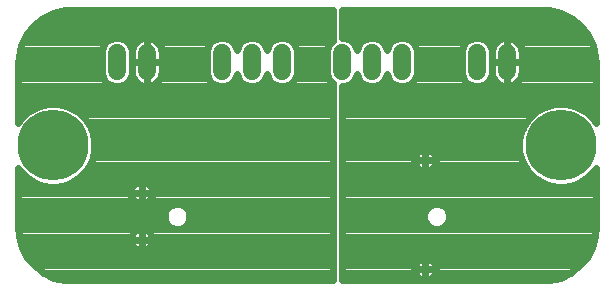
<source format=gbl>
G75*
%MOIN*%
%OFA0B0*%
%FSLAX25Y25*%
%IPPOS*%
%LPD*%
%AMOC8*
5,1,8,0,0,1.08239X$1,22.5*
%
%ADD10C,0.06000*%
%ADD11C,0.23622*%
%ADD12C,0.02400*%
%ADD13C,0.03150*%
D10*
X0060822Y0112429D02*
X0060822Y0118429D01*
X0070822Y0118429D02*
X0070822Y0112429D01*
X0095822Y0112429D02*
X0095822Y0118429D01*
X0105822Y0118429D02*
X0105822Y0112429D01*
X0115822Y0112429D02*
X0115822Y0118429D01*
X0135822Y0118429D02*
X0135822Y0112429D01*
X0145822Y0112429D02*
X0145822Y0118429D01*
X0155822Y0118429D02*
X0155822Y0112429D01*
X0180822Y0112429D02*
X0180822Y0118429D01*
X0190822Y0118429D02*
X0190822Y0112429D01*
D11*
X0208893Y0087673D03*
X0039602Y0087673D03*
D12*
X0036196Y0045296D02*
X0039727Y0043595D01*
X0043548Y0042723D01*
X0045507Y0042613D01*
X0132851Y0042613D01*
X0132851Y0108319D01*
X0131577Y0109593D01*
X0130815Y0111433D01*
X0130815Y0119425D01*
X0131577Y0121265D01*
X0132851Y0122539D01*
X0132851Y0132733D01*
X0045507Y0132733D01*
X0043548Y0132623D01*
X0039727Y0131751D01*
X0036196Y0130051D01*
X0033132Y0127607D01*
X0030689Y0124543D01*
X0028988Y0121012D01*
X0028116Y0117192D01*
X0028006Y0115232D01*
X0028006Y0095226D01*
X0028544Y0096158D01*
X0031117Y0098730D01*
X0034268Y0100550D01*
X0037782Y0101491D01*
X0041421Y0101491D01*
X0044935Y0100550D01*
X0048086Y0098730D01*
X0050659Y0096158D01*
X0052478Y0093007D01*
X0053420Y0089492D01*
X0053420Y0085854D01*
X0052478Y0082340D01*
X0050659Y0079189D01*
X0048086Y0076616D01*
X0044935Y0074797D01*
X0041421Y0073855D01*
X0037782Y0073855D01*
X0034268Y0074797D01*
X0031117Y0076616D01*
X0028544Y0079189D01*
X0028006Y0080121D01*
X0028006Y0060114D01*
X0028116Y0058155D01*
X0028988Y0054334D01*
X0030689Y0050803D01*
X0030689Y0050803D01*
X0033132Y0047739D01*
X0036196Y0045296D01*
X0036341Y0045226D02*
X0132851Y0045226D01*
X0132851Y0042828D02*
X0043091Y0042828D01*
X0033276Y0047625D02*
X0132851Y0047625D01*
X0132851Y0050023D02*
X0031311Y0050023D01*
X0029909Y0052422D02*
X0132851Y0052422D01*
X0132851Y0054820D02*
X0072423Y0054820D01*
X0072554Y0055138D02*
X0072691Y0055826D01*
X0072691Y0056177D01*
X0069129Y0056177D01*
X0069129Y0056177D01*
X0069129Y0052615D01*
X0068778Y0052615D01*
X0068090Y0052752D01*
X0067442Y0053020D01*
X0066858Y0053410D01*
X0066362Y0053906D01*
X0065972Y0054490D01*
X0065704Y0055138D01*
X0065567Y0055826D01*
X0065567Y0056177D01*
X0069129Y0056177D01*
X0069129Y0056177D01*
X0069129Y0052615D01*
X0069480Y0052615D01*
X0070168Y0052752D01*
X0070816Y0053020D01*
X0071400Y0053410D01*
X0071896Y0053906D01*
X0072286Y0054490D01*
X0072554Y0055138D01*
X0072691Y0056177D02*
X0072691Y0056528D01*
X0072554Y0057216D01*
X0072286Y0057864D01*
X0071896Y0058448D01*
X0071400Y0058944D01*
X0070816Y0059334D01*
X0070168Y0059602D01*
X0069480Y0059739D01*
X0069129Y0059739D01*
X0068778Y0059739D01*
X0068090Y0059602D01*
X0067442Y0059334D01*
X0066858Y0058944D01*
X0066362Y0058448D01*
X0065972Y0057864D01*
X0065704Y0057216D01*
X0065567Y0056528D01*
X0065567Y0056177D01*
X0069129Y0056177D01*
X0069129Y0056177D01*
X0069129Y0059739D01*
X0069129Y0056177D01*
X0069129Y0056177D01*
X0072691Y0056177D01*
X0072553Y0057219D02*
X0132851Y0057219D01*
X0132851Y0059617D02*
X0070094Y0059617D01*
X0069129Y0059617D02*
X0069129Y0059617D01*
X0068164Y0059617D02*
X0028034Y0059617D01*
X0028006Y0062016D02*
X0077288Y0062016D01*
X0077420Y0061699D02*
X0078588Y0060531D01*
X0080114Y0059898D01*
X0081766Y0059898D01*
X0083292Y0060531D01*
X0084461Y0061699D01*
X0085093Y0063225D01*
X0085093Y0064877D01*
X0084461Y0066404D01*
X0083292Y0067572D01*
X0081766Y0068204D01*
X0080114Y0068204D01*
X0078588Y0067572D01*
X0077420Y0066404D01*
X0076787Y0064877D01*
X0076787Y0063225D01*
X0077420Y0061699D01*
X0076787Y0064414D02*
X0028006Y0064414D01*
X0028006Y0066813D02*
X0077829Y0066813D01*
X0084051Y0066813D02*
X0132851Y0066813D01*
X0132851Y0069211D02*
X0071453Y0069211D01*
X0071400Y0069158D02*
X0071896Y0069654D01*
X0072286Y0070238D01*
X0072554Y0070886D01*
X0072691Y0071574D01*
X0072691Y0071925D01*
X0069129Y0071925D01*
X0069129Y0071925D01*
X0069129Y0068363D01*
X0068778Y0068363D01*
X0068090Y0068500D01*
X0067442Y0068768D01*
X0066858Y0069158D01*
X0066362Y0069654D01*
X0065972Y0070238D01*
X0065704Y0070886D01*
X0065567Y0071574D01*
X0065567Y0071925D01*
X0069129Y0071925D01*
X0069129Y0071925D01*
X0069129Y0068363D01*
X0069480Y0068363D01*
X0070168Y0068500D01*
X0070816Y0068768D01*
X0071400Y0069158D01*
X0069129Y0069211D02*
X0069129Y0069211D01*
X0066805Y0069211D02*
X0028006Y0069211D01*
X0028006Y0071610D02*
X0065567Y0071610D01*
X0065567Y0071925D02*
X0069129Y0071925D01*
X0069129Y0071925D01*
X0069129Y0075487D01*
X0068778Y0075487D01*
X0068090Y0075350D01*
X0067442Y0075082D01*
X0066858Y0074692D01*
X0066362Y0074196D01*
X0065972Y0073613D01*
X0065704Y0072964D01*
X0065567Y0072276D01*
X0065567Y0071925D01*
X0066237Y0074008D02*
X0041992Y0074008D01*
X0037211Y0074008D02*
X0028006Y0074008D01*
X0028006Y0076407D02*
X0031479Y0076407D01*
X0028928Y0078805D02*
X0028006Y0078805D01*
X0047724Y0076407D02*
X0132851Y0076407D01*
X0132851Y0078805D02*
X0050275Y0078805D01*
X0051822Y0081204D02*
X0132851Y0081204D01*
X0132851Y0083602D02*
X0052816Y0083602D01*
X0053420Y0086001D02*
X0132851Y0086001D01*
X0132851Y0088399D02*
X0053420Y0088399D01*
X0053070Y0090798D02*
X0132851Y0090798D01*
X0132851Y0093196D02*
X0052369Y0093196D01*
X0050984Y0095595D02*
X0132851Y0095595D01*
X0132851Y0097993D02*
X0048823Y0097993D01*
X0045208Y0100392D02*
X0132851Y0100392D01*
X0132851Y0102790D02*
X0028006Y0102790D01*
X0028006Y0100392D02*
X0033995Y0100392D01*
X0030380Y0097993D02*
X0028006Y0097993D01*
X0028006Y0095595D02*
X0028219Y0095595D01*
X0028006Y0105189D02*
X0132851Y0105189D01*
X0132851Y0107587D02*
X0117217Y0107587D01*
X0116818Y0107422D02*
X0118658Y0108184D01*
X0120067Y0109593D01*
X0120829Y0111433D01*
X0120829Y0119425D01*
X0120067Y0121265D01*
X0118658Y0122674D01*
X0116818Y0123436D01*
X0114826Y0123436D01*
X0112986Y0122674D01*
X0111577Y0121265D01*
X0110822Y0119442D01*
X0110067Y0121265D01*
X0108658Y0122674D01*
X0106818Y0123436D01*
X0104826Y0123436D01*
X0102986Y0122674D01*
X0101577Y0121265D01*
X0100822Y0119442D01*
X0100067Y0121265D01*
X0098658Y0122674D01*
X0096818Y0123436D01*
X0094826Y0123436D01*
X0092986Y0122674D01*
X0091577Y0121265D01*
X0090815Y0119425D01*
X0090815Y0111433D01*
X0091577Y0109593D01*
X0092986Y0108184D01*
X0094826Y0107422D01*
X0096818Y0107422D01*
X0098658Y0108184D01*
X0100067Y0109593D01*
X0100822Y0111416D01*
X0101577Y0109593D01*
X0102986Y0108184D01*
X0104826Y0107422D01*
X0106818Y0107422D01*
X0108658Y0108184D01*
X0110067Y0109593D01*
X0110822Y0111416D01*
X0111577Y0109593D01*
X0112986Y0108184D01*
X0114826Y0107422D01*
X0116818Y0107422D01*
X0114427Y0107587D02*
X0107217Y0107587D01*
X0104427Y0107587D02*
X0097217Y0107587D01*
X0094427Y0107587D02*
X0072060Y0107587D01*
X0071990Y0107565D02*
X0072737Y0107807D01*
X0073436Y0108164D01*
X0074071Y0108625D01*
X0074626Y0109180D01*
X0075088Y0109815D01*
X0075444Y0110515D01*
X0075687Y0111261D01*
X0075809Y0112037D01*
X0075809Y0115429D01*
X0070822Y0115429D01*
X0070822Y0115429D01*
X0070822Y0107442D01*
X0070430Y0107442D01*
X0069654Y0107565D01*
X0068908Y0107807D01*
X0068208Y0108164D01*
X0067573Y0108625D01*
X0067018Y0109180D01*
X0066556Y0109815D01*
X0066200Y0110515D01*
X0065957Y0111261D01*
X0065835Y0112037D01*
X0065835Y0115429D01*
X0070822Y0115429D01*
X0070822Y0115429D01*
X0070822Y0107442D01*
X0071215Y0107442D01*
X0071990Y0107565D01*
X0070822Y0107587D02*
X0070822Y0107587D01*
X0069584Y0107587D02*
X0062217Y0107587D01*
X0061818Y0107422D02*
X0063658Y0108184D01*
X0065067Y0109593D01*
X0065829Y0111433D01*
X0065829Y0119425D01*
X0065067Y0121265D01*
X0063658Y0122674D01*
X0061818Y0123436D01*
X0059826Y0123436D01*
X0057986Y0122674D01*
X0056577Y0121265D01*
X0055815Y0119425D01*
X0055815Y0111433D01*
X0056577Y0109593D01*
X0057986Y0108184D01*
X0059826Y0107422D01*
X0061818Y0107422D01*
X0059427Y0107587D02*
X0028006Y0107587D01*
X0028006Y0109986D02*
X0056414Y0109986D01*
X0055815Y0112384D02*
X0028006Y0112384D01*
X0028006Y0114783D02*
X0055815Y0114783D01*
X0055815Y0117181D02*
X0028116Y0117181D01*
X0028661Y0119580D02*
X0055879Y0119580D01*
X0057290Y0121979D02*
X0029454Y0121979D01*
X0030609Y0124377D02*
X0132851Y0124377D01*
X0132851Y0126776D02*
X0032469Y0126776D01*
X0035097Y0129174D02*
X0132851Y0129174D01*
X0132851Y0131573D02*
X0039356Y0131573D01*
X0064354Y0121979D02*
X0067318Y0121979D01*
X0067573Y0122233D02*
X0067018Y0121678D01*
X0066556Y0121043D01*
X0066200Y0120344D01*
X0065957Y0119597D01*
X0065835Y0118822D01*
X0065835Y0115429D01*
X0070822Y0115429D01*
X0070822Y0115429D01*
X0075809Y0115429D01*
X0075809Y0118822D01*
X0075687Y0119597D01*
X0075444Y0120344D01*
X0075088Y0121043D01*
X0074626Y0121678D01*
X0074071Y0122233D01*
X0073436Y0122695D01*
X0072737Y0123051D01*
X0071990Y0123294D01*
X0071215Y0123417D01*
X0070822Y0123417D01*
X0070430Y0123417D01*
X0069654Y0123294D01*
X0068908Y0123051D01*
X0068208Y0122695D01*
X0067573Y0122233D01*
X0065955Y0119580D02*
X0065765Y0119580D01*
X0065829Y0117181D02*
X0065835Y0117181D01*
X0065829Y0114783D02*
X0065835Y0114783D01*
X0065829Y0112384D02*
X0065835Y0112384D01*
X0065230Y0109986D02*
X0066469Y0109986D01*
X0070822Y0109986D02*
X0070822Y0109986D01*
X0070822Y0112384D02*
X0070822Y0112384D01*
X0070822Y0114783D02*
X0070822Y0114783D01*
X0070822Y0115429D02*
X0070822Y0123417D01*
X0070822Y0115429D01*
X0070822Y0115429D01*
X0070822Y0117181D02*
X0070822Y0117181D01*
X0070822Y0119580D02*
X0070822Y0119580D01*
X0070822Y0121979D02*
X0070822Y0121979D01*
X0074326Y0121979D02*
X0092290Y0121979D01*
X0090879Y0119580D02*
X0075689Y0119580D01*
X0075809Y0117181D02*
X0090815Y0117181D01*
X0090815Y0114783D02*
X0075809Y0114783D01*
X0075809Y0112384D02*
X0090815Y0112384D01*
X0091414Y0109986D02*
X0075175Y0109986D01*
X0100230Y0109986D02*
X0101414Y0109986D01*
X0110230Y0109986D02*
X0111414Y0109986D01*
X0120230Y0109986D02*
X0131414Y0109986D01*
X0130815Y0112384D02*
X0120829Y0112384D01*
X0120829Y0114783D02*
X0130815Y0114783D01*
X0130815Y0117181D02*
X0120829Y0117181D01*
X0120765Y0119580D02*
X0130879Y0119580D01*
X0132290Y0121979D02*
X0119354Y0121979D01*
X0112290Y0121979D02*
X0109354Y0121979D01*
X0110765Y0119580D02*
X0110879Y0119580D01*
X0102290Y0121979D02*
X0099354Y0121979D01*
X0100765Y0119580D02*
X0100879Y0119580D01*
X0136058Y0123436D02*
X0136058Y0132733D01*
X0202987Y0132733D01*
X0204947Y0132623D01*
X0208768Y0131751D01*
X0212298Y0130051D01*
X0215362Y0127607D01*
X0217806Y0124543D01*
X0219506Y0121012D01*
X0220378Y0117192D01*
X0220488Y0115232D01*
X0220488Y0095226D01*
X0219950Y0096158D01*
X0217377Y0098730D01*
X0214227Y0100550D01*
X0210712Y0101491D01*
X0207074Y0101491D01*
X0203559Y0100550D01*
X0200408Y0098730D01*
X0197836Y0096158D01*
X0196016Y0093007D01*
X0195075Y0089492D01*
X0195075Y0085854D01*
X0196016Y0082340D01*
X0197836Y0079189D01*
X0200408Y0076616D01*
X0203559Y0074797D01*
X0207074Y0073855D01*
X0210712Y0073855D01*
X0214227Y0074797D01*
X0217377Y0076616D01*
X0219950Y0079189D01*
X0220488Y0080121D01*
X0220488Y0060114D01*
X0220378Y0058155D01*
X0219506Y0054334D01*
X0217806Y0050803D01*
X0215362Y0047739D01*
X0212298Y0045296D01*
X0208768Y0043595D01*
X0204947Y0042723D01*
X0202987Y0042613D01*
X0136058Y0042613D01*
X0136058Y0107422D01*
X0136818Y0107422D01*
X0138658Y0108184D01*
X0140067Y0109593D01*
X0140822Y0111416D01*
X0141577Y0109593D01*
X0142986Y0108184D01*
X0144826Y0107422D01*
X0146818Y0107422D01*
X0148658Y0108184D01*
X0150067Y0109593D01*
X0150822Y0111416D01*
X0151577Y0109593D01*
X0152986Y0108184D01*
X0154826Y0107422D01*
X0156818Y0107422D01*
X0158658Y0108184D01*
X0160067Y0109593D01*
X0160829Y0111433D01*
X0160829Y0119425D01*
X0160067Y0121265D01*
X0158658Y0122674D01*
X0156818Y0123436D01*
X0154826Y0123436D01*
X0152986Y0122674D01*
X0151577Y0121265D01*
X0150822Y0119442D01*
X0150067Y0121265D01*
X0148658Y0122674D01*
X0146818Y0123436D01*
X0144826Y0123436D01*
X0142986Y0122674D01*
X0141577Y0121265D01*
X0140822Y0119442D01*
X0140067Y0121265D01*
X0138658Y0122674D01*
X0136818Y0123436D01*
X0136058Y0123436D01*
X0136058Y0124377D02*
X0217886Y0124377D01*
X0219041Y0121979D02*
X0194326Y0121979D01*
X0194071Y0122233D02*
X0193436Y0122695D01*
X0192737Y0123051D01*
X0191990Y0123294D01*
X0191215Y0123417D01*
X0190822Y0123417D01*
X0190430Y0123417D01*
X0189654Y0123294D01*
X0188908Y0123051D01*
X0188208Y0122695D01*
X0187573Y0122233D01*
X0187018Y0121678D01*
X0186556Y0121043D01*
X0186200Y0120344D01*
X0185957Y0119597D01*
X0185835Y0118822D01*
X0185835Y0115429D01*
X0185835Y0112037D01*
X0185957Y0111261D01*
X0186200Y0110515D01*
X0186556Y0109815D01*
X0187018Y0109180D01*
X0187573Y0108625D01*
X0188208Y0108164D01*
X0188908Y0107807D01*
X0189654Y0107565D01*
X0190430Y0107442D01*
X0190822Y0107442D01*
X0190822Y0115429D01*
X0190822Y0115429D01*
X0185835Y0115429D01*
X0190822Y0115429D01*
X0190822Y0115429D01*
X0190822Y0107442D01*
X0191215Y0107442D01*
X0191990Y0107565D01*
X0192737Y0107807D01*
X0193436Y0108164D01*
X0194071Y0108625D01*
X0194626Y0109180D01*
X0195088Y0109815D01*
X0195444Y0110515D01*
X0195687Y0111261D01*
X0195809Y0112037D01*
X0195809Y0115429D01*
X0190822Y0115429D01*
X0190822Y0115429D01*
X0195809Y0115429D01*
X0195809Y0118822D01*
X0195687Y0119597D01*
X0195444Y0120344D01*
X0195088Y0121043D01*
X0194626Y0121678D01*
X0194071Y0122233D01*
X0195689Y0119580D02*
X0219833Y0119580D01*
X0220379Y0117181D02*
X0195809Y0117181D01*
X0195809Y0114783D02*
X0220488Y0114783D01*
X0220488Y0112384D02*
X0195809Y0112384D01*
X0195175Y0109986D02*
X0220488Y0109986D01*
X0220488Y0107587D02*
X0192060Y0107587D01*
X0190822Y0107587D02*
X0190822Y0107587D01*
X0189584Y0107587D02*
X0182217Y0107587D01*
X0181818Y0107422D02*
X0183658Y0108184D01*
X0185067Y0109593D01*
X0185829Y0111433D01*
X0185829Y0119425D01*
X0185067Y0121265D01*
X0183658Y0122674D01*
X0181818Y0123436D01*
X0179826Y0123436D01*
X0177986Y0122674D01*
X0176577Y0121265D01*
X0175815Y0119425D01*
X0175815Y0111433D01*
X0176577Y0109593D01*
X0177986Y0108184D01*
X0179826Y0107422D01*
X0181818Y0107422D01*
X0179427Y0107587D02*
X0157217Y0107587D01*
X0154427Y0107587D02*
X0147217Y0107587D01*
X0144427Y0107587D02*
X0137217Y0107587D01*
X0136058Y0105189D02*
X0220488Y0105189D01*
X0220488Y0102790D02*
X0136058Y0102790D01*
X0136058Y0100392D02*
X0203286Y0100392D01*
X0199671Y0097993D02*
X0136058Y0097993D01*
X0136058Y0095595D02*
X0197511Y0095595D01*
X0196126Y0093196D02*
X0136058Y0093196D01*
X0136058Y0090798D02*
X0195425Y0090798D01*
X0195075Y0088399D02*
X0136058Y0088399D01*
X0136058Y0086001D02*
X0162152Y0086001D01*
X0161930Y0085909D02*
X0161347Y0085519D01*
X0160850Y0085023D01*
X0160461Y0084439D01*
X0160192Y0083791D01*
X0160055Y0083103D01*
X0160055Y0082752D01*
X0163617Y0082752D01*
X0163617Y0082752D01*
X0160055Y0082752D01*
X0160055Y0082401D01*
X0160192Y0081713D01*
X0160461Y0081065D01*
X0160850Y0080481D01*
X0161347Y0079985D01*
X0161930Y0079595D01*
X0162578Y0079327D01*
X0163266Y0079190D01*
X0163617Y0079190D01*
X0163617Y0082752D01*
X0163617Y0086314D01*
X0163266Y0086314D01*
X0162578Y0086177D01*
X0161930Y0085909D01*
X0163617Y0086001D02*
X0163617Y0086001D01*
X0163617Y0086314D02*
X0163968Y0086314D01*
X0164656Y0086177D01*
X0165305Y0085909D01*
X0165888Y0085519D01*
X0166384Y0085023D01*
X0166774Y0084439D01*
X0167043Y0083791D01*
X0167180Y0083103D01*
X0167180Y0082752D01*
X0163617Y0082752D01*
X0163617Y0082752D01*
X0163617Y0082752D01*
X0163617Y0086314D01*
X0165082Y0086001D02*
X0195075Y0086001D01*
X0195678Y0083602D02*
X0167080Y0083602D01*
X0167180Y0082752D02*
X0163617Y0082752D01*
X0163617Y0079190D01*
X0163968Y0079190D01*
X0164656Y0079327D01*
X0165305Y0079595D01*
X0165888Y0079985D01*
X0166384Y0080481D01*
X0166774Y0081065D01*
X0167043Y0081713D01*
X0167180Y0082401D01*
X0167180Y0082752D01*
X0166832Y0081204D02*
X0196672Y0081204D01*
X0198219Y0078805D02*
X0136058Y0078805D01*
X0136058Y0076407D02*
X0200771Y0076407D01*
X0206502Y0074008D02*
X0136058Y0074008D01*
X0136058Y0071610D02*
X0220488Y0071610D01*
X0220488Y0074008D02*
X0211284Y0074008D01*
X0217015Y0076407D02*
X0220488Y0076407D01*
X0220488Y0078805D02*
X0219567Y0078805D01*
X0220488Y0069211D02*
X0136058Y0069211D01*
X0136058Y0066813D02*
X0164443Y0066813D01*
X0164034Y0066404D02*
X0163402Y0064877D01*
X0163402Y0063225D01*
X0164034Y0061699D01*
X0165202Y0060531D01*
X0166728Y0059898D01*
X0168380Y0059898D01*
X0169907Y0060531D01*
X0171075Y0061699D01*
X0171707Y0063225D01*
X0171707Y0064877D01*
X0171075Y0066404D01*
X0169907Y0067572D01*
X0168380Y0068204D01*
X0166728Y0068204D01*
X0165202Y0067572D01*
X0164034Y0066404D01*
X0163402Y0064414D02*
X0136058Y0064414D01*
X0136058Y0062016D02*
X0163903Y0062016D01*
X0171206Y0062016D02*
X0220488Y0062016D01*
X0220488Y0064414D02*
X0171707Y0064414D01*
X0170666Y0066813D02*
X0220488Y0066813D01*
X0220460Y0059617D02*
X0136058Y0059617D01*
X0136058Y0057219D02*
X0220165Y0057219D01*
X0219617Y0054820D02*
X0136058Y0054820D01*
X0136058Y0052422D02*
X0218585Y0052422D01*
X0217184Y0050023D02*
X0136058Y0050023D01*
X0136058Y0047625D02*
X0160296Y0047625D01*
X0160192Y0047374D02*
X0160055Y0046685D01*
X0160055Y0046335D01*
X0163617Y0046335D01*
X0163617Y0049897D01*
X0163266Y0049897D01*
X0162578Y0049760D01*
X0161930Y0049491D01*
X0161347Y0049102D01*
X0160850Y0048605D01*
X0160461Y0048022D01*
X0160192Y0047374D01*
X0160055Y0046335D02*
X0160055Y0045984D01*
X0160192Y0045296D01*
X0160461Y0044647D01*
X0160850Y0044064D01*
X0161347Y0043568D01*
X0161930Y0043178D01*
X0162578Y0042909D01*
X0163266Y0042772D01*
X0163617Y0042772D01*
X0163617Y0046335D01*
X0163617Y0046335D01*
X0163617Y0046335D01*
X0163617Y0049897D01*
X0163968Y0049897D01*
X0164656Y0049760D01*
X0165305Y0049491D01*
X0165888Y0049102D01*
X0166384Y0048605D01*
X0166774Y0048022D01*
X0167043Y0047374D01*
X0167180Y0046685D01*
X0167180Y0046335D01*
X0163617Y0046335D01*
X0160055Y0046335D01*
X0160221Y0045226D02*
X0136058Y0045226D01*
X0136058Y0042828D02*
X0162989Y0042828D01*
X0163617Y0042828D02*
X0163617Y0042828D01*
X0163617Y0042772D02*
X0163968Y0042772D01*
X0164656Y0042909D01*
X0165305Y0043178D01*
X0165888Y0043568D01*
X0166384Y0044064D01*
X0166774Y0044647D01*
X0167043Y0045296D01*
X0167180Y0045984D01*
X0167180Y0046335D01*
X0163617Y0046335D01*
X0163617Y0046335D01*
X0163617Y0046335D01*
X0163617Y0042772D01*
X0164246Y0042828D02*
X0205404Y0042828D01*
X0212154Y0045226D02*
X0167014Y0045226D01*
X0166939Y0047625D02*
X0215219Y0047625D01*
X0163617Y0047625D02*
X0163617Y0047625D01*
X0163617Y0045226D02*
X0163617Y0045226D01*
X0132851Y0062016D02*
X0084592Y0062016D01*
X0085093Y0064414D02*
X0132851Y0064414D01*
X0132851Y0071610D02*
X0072691Y0071610D01*
X0072691Y0071925D02*
X0072691Y0072276D01*
X0072554Y0072964D01*
X0072286Y0073613D01*
X0071896Y0074196D01*
X0071400Y0074692D01*
X0070816Y0075082D01*
X0070168Y0075350D01*
X0069480Y0075487D01*
X0069129Y0075487D01*
X0069129Y0071925D01*
X0069129Y0071925D01*
X0072691Y0071925D01*
X0072021Y0074008D02*
X0132851Y0074008D01*
X0136058Y0081204D02*
X0160403Y0081204D01*
X0160154Y0083602D02*
X0136058Y0083602D01*
X0163617Y0083602D02*
X0163617Y0083602D01*
X0163617Y0082752D02*
X0163617Y0082752D01*
X0163617Y0081204D02*
X0163617Y0081204D01*
X0160230Y0109986D02*
X0176414Y0109986D01*
X0175815Y0112384D02*
X0160829Y0112384D01*
X0160829Y0114783D02*
X0175815Y0114783D01*
X0175815Y0117181D02*
X0160829Y0117181D01*
X0160765Y0119580D02*
X0175879Y0119580D01*
X0177290Y0121979D02*
X0159354Y0121979D01*
X0152290Y0121979D02*
X0149354Y0121979D01*
X0150765Y0119580D02*
X0150879Y0119580D01*
X0142290Y0121979D02*
X0139354Y0121979D01*
X0140765Y0119580D02*
X0140879Y0119580D01*
X0136058Y0126776D02*
X0216026Y0126776D01*
X0213398Y0129174D02*
X0136058Y0129174D01*
X0136058Y0131573D02*
X0209138Y0131573D01*
X0190822Y0123417D02*
X0190822Y0115429D01*
X0190822Y0123417D01*
X0190822Y0121979D02*
X0190822Y0121979D01*
X0190822Y0119580D02*
X0190822Y0119580D01*
X0190822Y0117181D02*
X0190822Y0117181D01*
X0190822Y0115429D02*
X0190822Y0115429D01*
X0190822Y0114783D02*
X0190822Y0114783D01*
X0190822Y0112384D02*
X0190822Y0112384D01*
X0190822Y0109986D02*
X0190822Y0109986D01*
X0186469Y0109986D02*
X0185230Y0109986D01*
X0185829Y0112384D02*
X0185835Y0112384D01*
X0185829Y0114783D02*
X0185835Y0114783D01*
X0185829Y0117181D02*
X0185835Y0117181D01*
X0185765Y0119580D02*
X0185955Y0119580D01*
X0187318Y0121979D02*
X0184354Y0121979D01*
X0151414Y0109986D02*
X0150230Y0109986D01*
X0141414Y0109986D02*
X0140230Y0109986D01*
X0069129Y0074008D02*
X0069129Y0074008D01*
X0069129Y0071610D02*
X0069129Y0071610D01*
X0069129Y0057219D02*
X0069129Y0057219D01*
X0069129Y0054820D02*
X0069129Y0054820D01*
X0065835Y0054820D02*
X0028877Y0054820D01*
X0028330Y0057219D02*
X0065705Y0057219D01*
X0214500Y0100392D02*
X0220488Y0100392D01*
X0220488Y0097993D02*
X0218114Y0097993D01*
X0220275Y0095595D02*
X0220488Y0095595D01*
D13*
X0163617Y0082752D03*
X0163617Y0046335D03*
X0069129Y0056177D03*
X0069129Y0071925D03*
M02*

</source>
